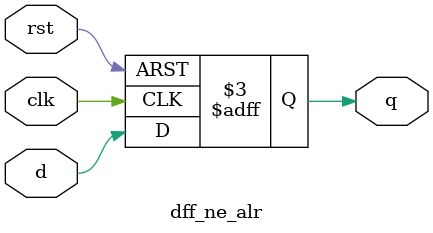
<source format=v>
`timescale 1ns / 1ps


module dff_ne_alr(q, d, clk, rst);
input d, clk, rst;
output reg q;

      always@(negedge clk or negedge rst)
         if(!rst)
           q <= 0;
         else
           q <= d;
endmodule
</source>
